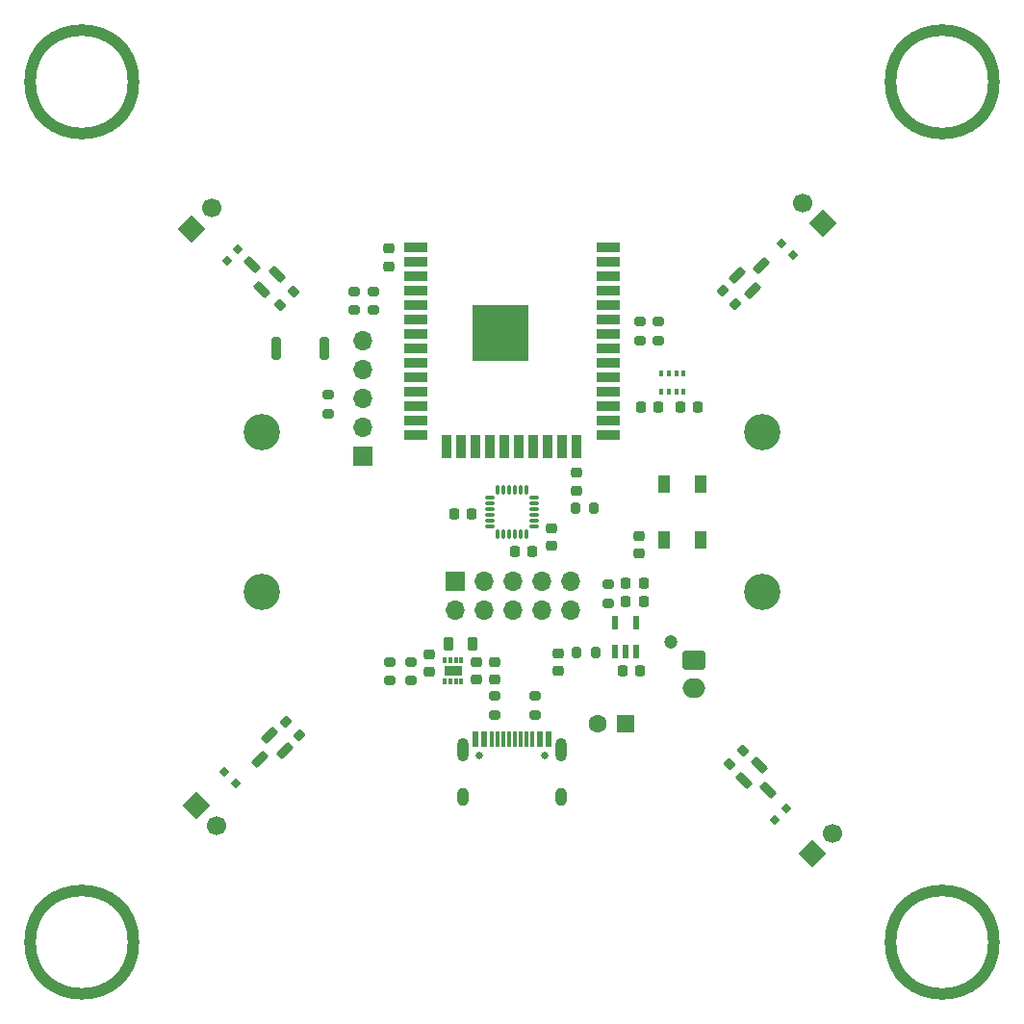
<source format=gbr>
%TF.GenerationSoftware,KiCad,Pcbnew,(6.0.1)*%
%TF.CreationDate,2022-08-15T17:42:43+03:00*%
%TF.ProjectId,ESP32_Drone,45535033-325f-4447-926f-6e652e6b6963,rev?*%
%TF.SameCoordinates,Original*%
%TF.FileFunction,Soldermask,Top*%
%TF.FilePolarity,Negative*%
%FSLAX46Y46*%
G04 Gerber Fmt 4.6, Leading zero omitted, Abs format (unit mm)*
G04 Created by KiCad (PCBNEW (6.0.1)) date 2022-08-15 17:42:43*
%MOMM*%
%LPD*%
G01*
G04 APERTURE LIST*
G04 Aperture macros list*
%AMRoundRect*
0 Rectangle with rounded corners*
0 $1 Rounding radius*
0 $2 $3 $4 $5 $6 $7 $8 $9 X,Y pos of 4 corners*
0 Add a 4 corners polygon primitive as box body*
4,1,4,$2,$3,$4,$5,$6,$7,$8,$9,$2,$3,0*
0 Add four circle primitives for the rounded corners*
1,1,$1+$1,$2,$3*
1,1,$1+$1,$4,$5*
1,1,$1+$1,$6,$7*
1,1,$1+$1,$8,$9*
0 Add four rect primitives between the rounded corners*
20,1,$1+$1,$2,$3,$4,$5,0*
20,1,$1+$1,$4,$5,$6,$7,0*
20,1,$1+$1,$6,$7,$8,$9,0*
20,1,$1+$1,$8,$9,$2,$3,0*%
%AMHorizOval*
0 Thick line with rounded ends*
0 $1 width*
0 $2 $3 position (X,Y) of the first rounded end (center of the circle)*
0 $4 $5 position (X,Y) of the second rounded end (center of the circle)*
0 Add line between two ends*
20,1,$1,$2,$3,$4,$5,0*
0 Add two circle primitives to create the rounded ends*
1,1,$1,$2,$3*
1,1,$1,$4,$5*%
%AMRotRect*
0 Rectangle, with rotation*
0 The origin of the aperture is its center*
0 $1 length*
0 $2 width*
0 $3 Rotation angle, in degrees counterclockwise*
0 Add horizontal line*
21,1,$1,$2,0,0,$3*%
G04 Aperture macros list end*
%ADD10C,1.000000*%
%ADD11RoundRect,0.200000X-0.275000X0.200000X-0.275000X-0.200000X0.275000X-0.200000X0.275000X0.200000X0*%
%ADD12RotRect,0.600000X0.700000X315.000000*%
%ADD13RoundRect,0.070000X0.671751X-0.247487X-0.247487X0.671751X-0.671751X0.247487X0.247487X-0.671751X0*%
%ADD14RoundRect,0.218750X-0.218750X-0.381250X0.218750X-0.381250X0.218750X0.381250X-0.218750X0.381250X0*%
%ADD15C,1.200000*%
%ADD16RoundRect,0.250000X-0.750000X0.600000X-0.750000X-0.600000X0.750000X-0.600000X0.750000X0.600000X0*%
%ADD17O,2.000000X1.700000*%
%ADD18RoundRect,0.225000X0.250000X-0.225000X0.250000X0.225000X-0.250000X0.225000X-0.250000X-0.225000X0*%
%ADD19RoundRect,0.075000X-0.075000X0.350000X-0.075000X-0.350000X0.075000X-0.350000X0.075000X0.350000X0*%
%ADD20RoundRect,0.075000X-0.350000X-0.075000X0.350000X-0.075000X0.350000X0.075000X-0.350000X0.075000X0*%
%ADD21RoundRect,0.200000X0.200000X0.800000X-0.200000X0.800000X-0.200000X-0.800000X0.200000X-0.800000X0*%
%ADD22RoundRect,0.200000X0.335876X0.053033X0.053033X0.335876X-0.335876X-0.053033X-0.053033X-0.335876X0*%
%ADD23RoundRect,0.225000X0.225000X0.250000X-0.225000X0.250000X-0.225000X-0.250000X0.225000X-0.250000X0*%
%ADD24R,1.600000X1.600000*%
%ADD25C,1.600000*%
%ADD26R,1.700000X1.700000*%
%ADD27O,1.700000X1.700000*%
%ADD28C,0.650000*%
%ADD29R,0.600000X1.450000*%
%ADD30R,0.300000X1.450000*%
%ADD31O,1.000000X1.600000*%
%ADD32O,1.000000X2.100000*%
%ADD33R,0.350000X0.500000*%
%ADD34RotRect,1.700000X1.700000X45.000000*%
%ADD35HorizOval,1.700000X0.000000X0.000000X0.000000X0.000000X0*%
%ADD36RoundRect,0.200000X-0.335876X-0.053033X-0.053033X-0.335876X0.335876X0.053033X0.053033X0.335876X0*%
%ADD37R,0.550000X1.200000*%
%ADD38RoundRect,0.070000X-0.247487X-0.671751X0.671751X0.247487X0.247487X0.671751X-0.671751X-0.247487X0*%
%ADD39R,1.000000X1.500000*%
%ADD40RoundRect,0.200000X0.053033X-0.335876X0.335876X-0.053033X-0.053033X0.335876X-0.335876X0.053033X0*%
%ADD41RoundRect,0.225000X-0.225000X-0.250000X0.225000X-0.250000X0.225000X0.250000X-0.225000X0.250000X0*%
%ADD42RoundRect,0.225000X-0.250000X0.225000X-0.250000X-0.225000X0.250000X-0.225000X0.250000X0.225000X0*%
%ADD43RoundRect,0.200000X0.200000X0.275000X-0.200000X0.275000X-0.200000X-0.275000X0.200000X-0.275000X0*%
%ADD44C,3.200000*%
%ADD45RoundRect,0.200000X-0.053033X0.335876X-0.335876X0.053033X0.053033X-0.335876X0.335876X-0.053033X0*%
%ADD46R,2.000000X0.900000*%
%ADD47R,0.900000X2.000000*%
%ADD48R,5.000000X5.000000*%
%ADD49RoundRect,0.070000X-0.671751X0.247487X0.247487X-0.671751X0.671751X-0.247487X-0.247487X0.671751X0*%
%ADD50RotRect,0.600000X0.700000X225.000000*%
%ADD51RotRect,0.600000X0.700000X135.000000*%
%ADD52RoundRect,0.218750X-0.256250X0.218750X-0.256250X-0.218750X0.256250X-0.218750X0.256250X0.218750X0*%
%ADD53RoundRect,0.218750X0.256250X-0.218750X0.256250X0.218750X-0.256250X0.218750X-0.256250X-0.218750X0*%
%ADD54RoundRect,0.007500X0.117500X-0.242500X0.117500X0.242500X-0.117500X0.242500X-0.117500X-0.242500X0*%
%ADD55R,1.600000X0.900000*%
%ADD56RotRect,1.700000X1.700000X225.000000*%
%ADD57HorizOval,1.700000X0.000000X0.000000X0.000000X0.000000X0*%
%ADD58RotRect,1.700000X1.700000X135.000000*%
%ADD59HorizOval,1.700000X0.000000X0.000000X0.000000X0.000000X0*%
%ADD60RoundRect,0.200000X0.275000X-0.200000X0.275000X0.200000X-0.275000X0.200000X-0.275000X-0.200000X0*%
%ADD61RoundRect,0.070000X0.247487X0.671751X-0.671751X-0.247487X-0.247487X-0.671751X0.671751X0.247487X0*%
G04 APERTURE END LIST*
D10*
%TO.C,SYM1*%
X108704000Y-33154000D02*
G75*
G03*
X108704000Y-33154000I-4550000J0D01*
G01*
X108704000Y-108840784D02*
G75*
G03*
X108704000Y-108840784I-4550000J0D01*
G01*
X184396000Y-108846000D02*
G75*
G03*
X184396000Y-108846000I-4550000J0D01*
G01*
X184396000Y-33154000D02*
G75*
G03*
X184396000Y-33154000I-4550000J0D01*
G01*
%TD*%
D11*
%TO.C,R5*%
X153300000Y-54275000D03*
X153300000Y-55925000D03*
%TD*%
D12*
%TO.C,D5*%
X166694975Y-48394975D03*
X165705025Y-47405025D03*
%TD*%
D13*
%TO.C,Q1*%
X119970711Y-51414214D03*
X121314214Y-50070711D03*
X119157538Y-49257538D03*
%TD*%
D11*
%TO.C,R16*%
X144000000Y-87175000D03*
X144000000Y-88825000D03*
%TD*%
D14*
%TO.C,L1*%
X136437500Y-82562500D03*
X138562500Y-82562500D03*
%TD*%
D15*
%TO.C,J2*%
X156000000Y-82400000D03*
D16*
X158000000Y-84000000D03*
D17*
X158000000Y-86500000D03*
%TD*%
D18*
%TO.C,C3*%
X131200000Y-49375000D03*
X131200000Y-47825000D03*
%TD*%
D19*
%TO.C,U3*%
X143250000Y-69050000D03*
X142750000Y-69050000D03*
X142250000Y-69050000D03*
X141750000Y-69050000D03*
X141250000Y-69050000D03*
X140750000Y-69050000D03*
D20*
X140050000Y-69750000D03*
X140050000Y-70250000D03*
X140050000Y-70750000D03*
X140050000Y-71250000D03*
X140050000Y-71750000D03*
X140050000Y-72250000D03*
D19*
X140750000Y-72950000D03*
X141250000Y-72950000D03*
X141750000Y-72950000D03*
X142250000Y-72950000D03*
X142750000Y-72950000D03*
X143250000Y-72950000D03*
D20*
X143950000Y-72250000D03*
X143950000Y-71750000D03*
X143950000Y-71250000D03*
X143950000Y-70750000D03*
X143950000Y-70250000D03*
X143950000Y-69750000D03*
%TD*%
D21*
%TO.C,SW1*%
X125500000Y-56600000D03*
X121300000Y-56600000D03*
%TD*%
D22*
%TO.C,R12*%
X161683363Y-52683363D03*
X160516637Y-51516637D03*
%TD*%
D23*
%TO.C,C1*%
X153575000Y-78900000D03*
X152025000Y-78900000D03*
%TD*%
D24*
%TO.C,C11*%
X152000000Y-89600000D03*
D25*
X149500000Y-89600000D03*
%TD*%
D26*
%TO.C,J3*%
X137000000Y-77110000D03*
D27*
X137000000Y-79650000D03*
X139540000Y-77110000D03*
X139540000Y-79650000D03*
X142080000Y-77110000D03*
X142080000Y-79650000D03*
X144620000Y-77110000D03*
X144620000Y-79650000D03*
X147160000Y-77110000D03*
X147160000Y-79650000D03*
%TD*%
D28*
%TO.C,J8*%
X144890000Y-92400000D03*
X139110000Y-92400000D03*
D29*
X138750000Y-90955000D03*
X139550000Y-90955000D03*
D30*
X140750000Y-90955000D03*
X141750000Y-90955000D03*
X142250000Y-90955000D03*
X143250000Y-90955000D03*
D29*
X144450000Y-90955000D03*
X145250000Y-90955000D03*
X145250000Y-90955000D03*
X144450000Y-90955000D03*
D30*
X143750000Y-90955000D03*
X142750000Y-90955000D03*
X141250000Y-90955000D03*
X140250000Y-90955000D03*
D29*
X139550000Y-90955000D03*
X138750000Y-90955000D03*
D31*
X137680000Y-96050000D03*
D32*
X146320000Y-91870000D03*
D31*
X146320000Y-96050000D03*
D32*
X137680000Y-91870000D03*
%TD*%
D33*
%TO.C,U4*%
X155145000Y-58800000D03*
X155795000Y-58800000D03*
X156445000Y-58800000D03*
X157095000Y-58800000D03*
X157095000Y-60400000D03*
X156445000Y-60400000D03*
X155795000Y-60400000D03*
X155145000Y-60400000D03*
%TD*%
D34*
%TO.C,J7*%
X114203949Y-96838334D03*
D35*
X116000000Y-98634385D03*
%TD*%
D36*
%TO.C,R14*%
X122086792Y-89456532D03*
X123253518Y-90623258D03*
%TD*%
D37*
%TO.C,U2*%
X151050000Y-83250000D03*
X152000000Y-83250000D03*
X152950000Y-83250000D03*
X152950000Y-80750000D03*
X151050000Y-80750000D03*
%TD*%
D11*
%TO.C,R15*%
X140500000Y-87175000D03*
X140500000Y-88825000D03*
%TD*%
D38*
%TO.C,Q2*%
X161785786Y-50170711D03*
X163129289Y-51514214D03*
X163942462Y-49357538D03*
%TD*%
D39*
%TO.C,D3*%
X155400000Y-73450000D03*
X158600000Y-73450000D03*
X158600000Y-68550000D03*
X155400000Y-68550000D03*
%TD*%
D40*
%TO.C,R13*%
X161116637Y-93183363D03*
X162283363Y-92016637D03*
%TD*%
D26*
%TO.C,J1*%
X128840000Y-66075000D03*
D27*
X128840000Y-63535000D03*
X128840000Y-60995000D03*
X128840000Y-58455000D03*
X128840000Y-55915000D03*
%TD*%
D41*
%TO.C,C6*%
X142225000Y-74500000D03*
X143775000Y-74500000D03*
%TD*%
D42*
%TO.C,C12*%
X140500000Y-84187500D03*
X140500000Y-85737500D03*
%TD*%
D11*
%TO.C,R10*%
X131225000Y-84175000D03*
X131225000Y-85825000D03*
%TD*%
%TO.C,R1*%
X125800000Y-60675000D03*
X125800000Y-62325000D03*
%TD*%
D43*
%TO.C,R2*%
X149325000Y-83400000D03*
X147675000Y-83400000D03*
%TD*%
D44*
%TO.C,H4*%
X164000000Y-78000000D03*
%TD*%
D43*
%TO.C,R8*%
X149225000Y-70700000D03*
X147575000Y-70700000D03*
%TD*%
D45*
%TO.C,R11*%
X122783363Y-51616637D03*
X121616637Y-52783363D03*
%TD*%
D42*
%TO.C,C10*%
X138900000Y-84187500D03*
X138900000Y-85737500D03*
%TD*%
D46*
%TO.C,U1*%
X133500000Y-47745000D03*
X133500000Y-49015000D03*
X133500000Y-50285000D03*
X133500000Y-51555000D03*
X133500000Y-52825000D03*
X133500000Y-54095000D03*
X133500000Y-55365000D03*
X133500000Y-56635000D03*
X133500000Y-57905000D03*
X133500000Y-59175000D03*
X133500000Y-60445000D03*
X133500000Y-61715000D03*
X133500000Y-62985000D03*
X133500000Y-64255000D03*
D47*
X136285000Y-65255000D03*
X137555000Y-65255000D03*
X138825000Y-65255000D03*
X140095000Y-65255000D03*
X141365000Y-65255000D03*
X142635000Y-65255000D03*
X143905000Y-65255000D03*
X145175000Y-65255000D03*
X146445000Y-65255000D03*
X147715000Y-65255000D03*
D46*
X150500000Y-64255000D03*
X150500000Y-62985000D03*
X150500000Y-61715000D03*
X150500000Y-60445000D03*
X150500000Y-59175000D03*
X150500000Y-57905000D03*
X150500000Y-56635000D03*
X150500000Y-55365000D03*
X150500000Y-54095000D03*
X150500000Y-52825000D03*
X150500000Y-51555000D03*
X150500000Y-50285000D03*
X150500000Y-49015000D03*
X150500000Y-47745000D03*
D48*
X141000000Y-55245000D03*
%TD*%
D23*
%TO.C,C2*%
X153575000Y-77300000D03*
X152025000Y-77300000D03*
%TD*%
D49*
%TO.C,Q3*%
X163734314Y-93280761D03*
X162390811Y-94624264D03*
X164547487Y-95437437D03*
%TD*%
D44*
%TO.C,H1*%
X164000000Y-64000000D03*
%TD*%
D23*
%TO.C,C7*%
X138475000Y-71200000D03*
X136925000Y-71200000D03*
%TD*%
D50*
%TO.C,D6*%
X165110050Y-98089950D03*
X166100000Y-97100000D03*
%TD*%
D51*
%TO.C,D7*%
X116675180Y-93844920D03*
X117665130Y-94834870D03*
%TD*%
D52*
%TO.C,D1*%
X146100000Y-83412500D03*
X146100000Y-84987500D03*
%TD*%
D23*
%TO.C,C13*%
X154875000Y-61740000D03*
X153325000Y-61740000D03*
%TD*%
D53*
%TO.C,D2*%
X147700000Y-69100000D03*
X147700000Y-67525000D03*
%TD*%
D41*
%TO.C,C14*%
X156825000Y-61740000D03*
X158375000Y-61740000D03*
%TD*%
D50*
%TO.C,D4*%
X116905025Y-48894975D03*
X117894975Y-47905025D03*
%TD*%
D42*
%TO.C,C8*%
X153200000Y-73125000D03*
X153200000Y-74675000D03*
%TD*%
D54*
%TO.C,PS1*%
X136050000Y-85912500D03*
X136550000Y-85912500D03*
X137050000Y-85912500D03*
X137550000Y-85912500D03*
X137550000Y-84012500D03*
X137050000Y-84012500D03*
X136550000Y-84012500D03*
X136050000Y-84012500D03*
D55*
X136800000Y-84962500D03*
%TD*%
D44*
%TO.C,H3*%
X120000000Y-78000000D03*
%TD*%
D56*
%TO.C,J5*%
X169366206Y-45601561D03*
D57*
X167570155Y-43805510D03*
%TD*%
D44*
%TO.C,H2*%
X120000000Y-64000000D03*
%TD*%
D42*
%TO.C,C5*%
X134700000Y-83525000D03*
X134700000Y-85075000D03*
%TD*%
D58*
%TO.C,J6*%
X168403464Y-101061181D03*
D59*
X170199515Y-99265130D03*
%TD*%
D60*
%TO.C,R3*%
X150500000Y-79025000D03*
X150500000Y-77375000D03*
%TD*%
D23*
%TO.C,C4*%
X153275000Y-85000000D03*
X151725000Y-85000000D03*
%TD*%
D60*
%TO.C,R7*%
X129800000Y-53225000D03*
X129800000Y-51575000D03*
%TD*%
D42*
%TO.C,C9*%
X145500000Y-72425000D03*
X145500000Y-73975000D03*
%TD*%
D11*
%TO.C,R9*%
X133125000Y-84175000D03*
X133125000Y-85825000D03*
%TD*%
D61*
%TO.C,Q4*%
X121984369Y-91969184D03*
X120640866Y-90625681D03*
X119827693Y-92782357D03*
%TD*%
D58*
%TO.C,J4*%
X113798439Y-46066206D03*
D59*
X115594490Y-44270155D03*
%TD*%
D11*
%TO.C,R4*%
X154900000Y-54275000D03*
X154900000Y-55925000D03*
%TD*%
%TO.C,R6*%
X128100000Y-51575000D03*
X128100000Y-53225000D03*
%TD*%
M02*

</source>
